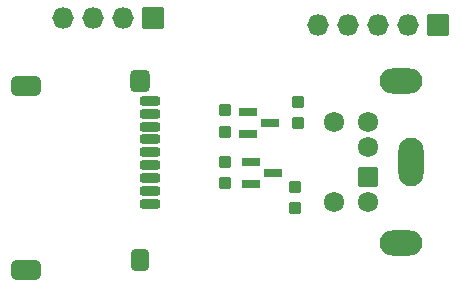
<source format=gts>
%TF.GenerationSoftware,KiCad,Pcbnew,6.0.7*%
%TF.CreationDate,2022-09-21T21:00:50-05:00*%
%TF.ProjectId,keyboardPCBv2,6b657962-6f61-4726-9450-434276322e6b,rev?*%
%TF.SameCoordinates,Original*%
%TF.FileFunction,Soldermask,Top*%
%TF.FilePolarity,Negative*%
%FSLAX46Y46*%
G04 Gerber Fmt 4.6, Leading zero omitted, Abs format (unit mm)*
G04 Created by KiCad (PCBNEW 6.0.7) date 2022-09-21 21:00:50*
%MOMM*%
%LPD*%
G01*
G04 APERTURE LIST*
G04 Aperture macros list*
%AMRoundRect*
0 Rectangle with rounded corners*
0 $1 Rounding radius*
0 $2 $3 $4 $5 $6 $7 $8 $9 X,Y pos of 4 corners*
0 Add a 4 corners polygon primitive as box body*
4,1,4,$2,$3,$4,$5,$6,$7,$8,$9,$2,$3,0*
0 Add four circle primitives for the rounded corners*
1,1,$1+$1,$2,$3*
1,1,$1+$1,$4,$5*
1,1,$1+$1,$6,$7*
1,1,$1+$1,$8,$9*
0 Add four rect primitives between the rounded corners*
20,1,$1+$1,$2,$3,$4,$5,0*
20,1,$1+$1,$4,$5,$6,$7,0*
20,1,$1+$1,$6,$7,$8,$9,0*
20,1,$1+$1,$8,$9,$2,$3,0*%
G04 Aperture macros list end*
%ADD10RoundRect,0.297500X-0.237500X0.250000X-0.237500X-0.250000X0.237500X-0.250000X0.237500X0.250000X0*%
%ADD11RoundRect,0.210000X-0.587500X-0.150000X0.587500X-0.150000X0.587500X0.150000X-0.587500X0.150000X0*%
%ADD12RoundRect,0.235000X0.625000X0.175000X-0.625000X0.175000X-0.625000X-0.175000X0.625000X-0.175000X0*%
%ADD13RoundRect,0.460000X0.400000X0.500000X-0.400000X0.500000X-0.400000X-0.500000X0.400000X-0.500000X0*%
%ADD14RoundRect,0.460000X0.800000X0.400000X-0.800000X0.400000X-0.800000X-0.400000X0.800000X-0.400000X0*%
%ADD15RoundRect,0.410000X0.350000X0.550000X-0.350000X0.550000X-0.350000X-0.550000X0.350000X-0.550000X0*%
%ADD16RoundRect,0.297500X0.237500X-0.250000X0.237500X0.250000X-0.237500X0.250000X-0.237500X-0.250000X0*%
%ADD17RoundRect,0.060000X-0.800000X0.800000X-0.800000X-0.800000X0.800000X-0.800000X0.800000X0.800000X0*%
%ADD18C,1.720000*%
%ADD19O,3.620000X2.120000*%
%ADD20O,2.120000X4.120000*%
%ADD21RoundRect,0.060000X0.850000X-0.850000X0.850000X0.850000X-0.850000X0.850000X-0.850000X-0.850000X0*%
%ADD22O,1.820000X1.820000*%
G04 APERTURE END LIST*
D10*
%TO.C,R1*%
X64032500Y-39087500D03*
X64032500Y-40912500D03*
%TD*%
D11*
%TO.C,Q1*%
X59795000Y-39950000D03*
X59795000Y-41850000D03*
X61670000Y-40900000D03*
%TD*%
D12*
%TO.C,U1*%
X51507500Y-47800000D03*
X51507500Y-46700000D03*
X51507500Y-45600000D03*
X51507500Y-44500000D03*
X51507500Y-43400000D03*
X51507500Y-42300000D03*
X51507500Y-41200000D03*
X51507500Y-40100000D03*
X51507500Y-39000000D03*
D13*
X50654500Y-37350000D03*
D14*
X41004500Y-37750000D03*
X41004500Y-53350000D03*
D15*
X50654500Y-52501000D03*
%TD*%
D10*
%TO.C,R4*%
X57832500Y-44187500D03*
X57832500Y-46012500D03*
%TD*%
D16*
%TO.C,R2*%
X63832500Y-48112500D03*
X63832500Y-46287500D03*
%TD*%
D11*
%TO.C,Q2*%
X60095000Y-44175000D03*
X60095000Y-46075000D03*
X61970000Y-45125000D03*
%TD*%
D10*
%TO.C,R3*%
X57832500Y-39800000D03*
X57832500Y-41625000D03*
%TD*%
D17*
%TO.C,P1*%
X69932500Y-45500000D03*
D18*
X69932500Y-42900000D03*
X69932500Y-47600000D03*
X69932500Y-40800000D03*
X67132500Y-47600000D03*
X67132500Y-40800000D03*
D19*
X72782500Y-51050000D03*
X72782500Y-37350000D03*
D20*
X73582500Y-44200000D03*
%TD*%
D21*
%TO.C,J1*%
X75932500Y-32575000D03*
D22*
X73392500Y-32575000D03*
X70852500Y-32575000D03*
X68312500Y-32575000D03*
X65772500Y-32575000D03*
%TD*%
D21*
%TO.C,Screen1*%
X51732500Y-32000000D03*
D22*
X49192500Y-32000000D03*
X46652500Y-32000000D03*
X44112500Y-32000000D03*
%TD*%
M02*

</source>
